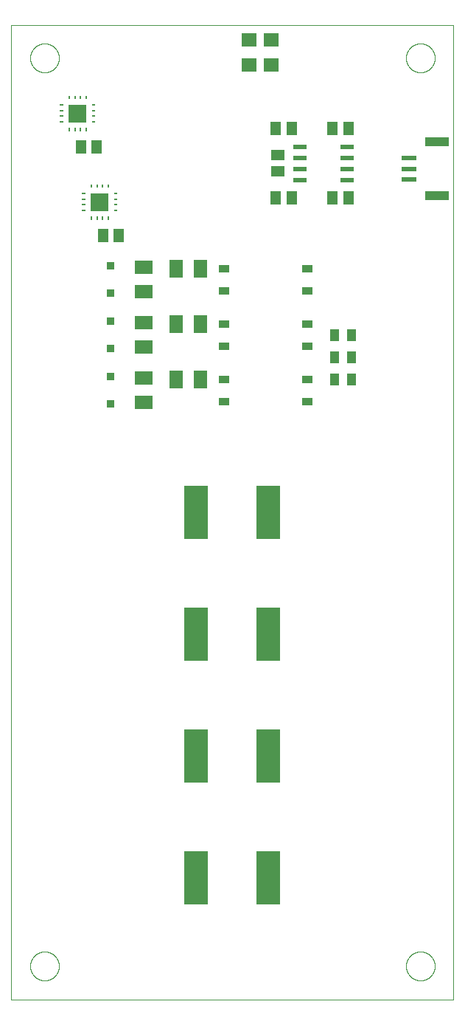
<source format=gtp>
G75*
%MOIN*%
%OFA0B0*%
%FSLAX25Y25*%
%IPPOS*%
%LPD*%
%AMOC8*
5,1,8,0,0,1.08239X$1,22.5*
%
%ADD10C,0.00300*%
%ADD11R,0.05118X0.05906*%
%ADD12R,0.10630X0.24409*%
%ADD13C,0.00984*%
%ADD14R,0.00984X0.01280*%
%ADD15R,0.01280X0.00984*%
%ADD16R,0.08268X0.08268*%
%ADD17R,0.05118X0.03543*%
%ADD18R,0.03740X0.03543*%
%ADD19R,0.04331X0.05512*%
%ADD20R,0.07874X0.06299*%
%ADD21R,0.06299X0.07874*%
%ADD22R,0.07098X0.06299*%
%ADD23C,0.00000*%
%ADD24R,0.06000X0.02400*%
%ADD25R,0.05906X0.05118*%
%ADD26R,0.06693X0.02362*%
%ADD27R,0.10630X0.03937*%
D10*
X0255000Y0285000D02*
X0455000Y0285000D01*
X0455000Y0725000D01*
X0255000Y0725000D01*
X0255000Y0285000D01*
D11*
X0296654Y0630000D03*
X0303346Y0630000D03*
X0293346Y0670000D03*
X0286654Y0670000D03*
X0374385Y0678125D03*
X0381865Y0678125D03*
X0400010Y0678125D03*
X0407490Y0678125D03*
X0407490Y0646875D03*
X0400010Y0646875D03*
X0381865Y0646875D03*
X0374385Y0646875D03*
D12*
X0371339Y0505000D03*
X0338661Y0505000D03*
X0338661Y0450000D03*
X0371339Y0450000D03*
X0371339Y0395000D03*
X0338661Y0395000D03*
X0338661Y0340000D03*
X0371339Y0340000D03*
D13*
X0298839Y0638307D03*
X0296280Y0638307D03*
X0293720Y0638307D03*
X0291161Y0638307D03*
X0288307Y0641161D03*
X0288307Y0643720D03*
X0288307Y0646280D03*
X0288307Y0648839D03*
X0291161Y0651693D03*
X0293720Y0651693D03*
X0296280Y0651693D03*
X0298839Y0651693D03*
X0301693Y0648839D03*
X0301693Y0646280D03*
X0301693Y0643720D03*
X0301693Y0641161D03*
X0288839Y0678307D03*
X0286280Y0678307D03*
X0283720Y0678307D03*
X0281161Y0678307D03*
X0278307Y0681161D03*
X0278307Y0683720D03*
X0278307Y0686280D03*
X0278307Y0688839D03*
X0281161Y0691693D03*
X0283720Y0691693D03*
X0286280Y0691693D03*
X0288839Y0691693D03*
X0291693Y0688839D03*
X0291693Y0686280D03*
X0291693Y0683720D03*
X0291693Y0681161D03*
D14*
X0288839Y0677667D03*
X0286280Y0677667D03*
X0283720Y0677667D03*
X0281161Y0677667D03*
X0281161Y0692333D03*
X0283720Y0692333D03*
X0286280Y0692333D03*
X0288839Y0692333D03*
X0291161Y0652333D03*
X0293720Y0652333D03*
X0296280Y0652333D03*
X0298839Y0652333D03*
X0298839Y0637667D03*
X0296280Y0637667D03*
X0293720Y0637667D03*
X0291161Y0637667D03*
D15*
X0287667Y0641161D03*
X0287667Y0643720D03*
X0287667Y0646280D03*
X0287667Y0648839D03*
X0302333Y0648839D03*
X0302333Y0646280D03*
X0302333Y0643720D03*
X0302333Y0641161D03*
X0292333Y0681161D03*
X0292333Y0683720D03*
X0292333Y0686280D03*
X0292333Y0688839D03*
X0277667Y0688839D03*
X0277667Y0686280D03*
X0277667Y0683720D03*
X0277667Y0681161D03*
D16*
X0285000Y0685000D03*
X0295000Y0645000D03*
D17*
X0351299Y0615000D03*
X0351299Y0605000D03*
X0351299Y0590000D03*
X0351299Y0580000D03*
X0351299Y0565000D03*
X0351299Y0555000D03*
X0388701Y0555000D03*
X0388701Y0565000D03*
X0388701Y0580000D03*
X0388701Y0590000D03*
X0388701Y0605000D03*
X0388701Y0615000D03*
D18*
X0300000Y0616201D03*
X0300000Y0603799D03*
X0300000Y0591201D03*
X0300000Y0578799D03*
X0300000Y0566201D03*
X0300000Y0553799D03*
D19*
X0401063Y0565000D03*
X0408937Y0565000D03*
X0408937Y0575000D03*
X0401063Y0575000D03*
X0401063Y0585000D03*
X0408937Y0585000D03*
D20*
X0315000Y0579488D03*
X0315000Y0590512D03*
X0315000Y0604488D03*
X0315000Y0615512D03*
X0315000Y0565512D03*
X0315000Y0554488D03*
D21*
X0329488Y0565000D03*
X0340512Y0565000D03*
X0340512Y0590000D03*
X0329488Y0590000D03*
X0329488Y0615000D03*
X0340512Y0615000D03*
D22*
X0362500Y0706902D03*
X0372500Y0706902D03*
X0372500Y0718098D03*
X0362500Y0718098D03*
D23*
X0433500Y0710000D02*
X0433502Y0710161D01*
X0433508Y0710321D01*
X0433518Y0710482D01*
X0433532Y0710642D01*
X0433550Y0710802D01*
X0433571Y0710961D01*
X0433597Y0711120D01*
X0433627Y0711278D01*
X0433660Y0711435D01*
X0433698Y0711592D01*
X0433739Y0711747D01*
X0433784Y0711901D01*
X0433833Y0712054D01*
X0433886Y0712206D01*
X0433942Y0712357D01*
X0434003Y0712506D01*
X0434066Y0712654D01*
X0434134Y0712800D01*
X0434205Y0712944D01*
X0434279Y0713086D01*
X0434357Y0713227D01*
X0434439Y0713365D01*
X0434524Y0713502D01*
X0434612Y0713636D01*
X0434704Y0713768D01*
X0434799Y0713898D01*
X0434897Y0714026D01*
X0434998Y0714151D01*
X0435102Y0714273D01*
X0435209Y0714393D01*
X0435319Y0714510D01*
X0435432Y0714625D01*
X0435548Y0714736D01*
X0435667Y0714845D01*
X0435788Y0714950D01*
X0435912Y0715053D01*
X0436038Y0715153D01*
X0436166Y0715249D01*
X0436297Y0715342D01*
X0436431Y0715432D01*
X0436566Y0715519D01*
X0436704Y0715602D01*
X0436843Y0715682D01*
X0436985Y0715758D01*
X0437128Y0715831D01*
X0437273Y0715900D01*
X0437420Y0715966D01*
X0437568Y0716028D01*
X0437718Y0716086D01*
X0437869Y0716141D01*
X0438022Y0716192D01*
X0438176Y0716239D01*
X0438331Y0716282D01*
X0438487Y0716321D01*
X0438643Y0716357D01*
X0438801Y0716388D01*
X0438959Y0716416D01*
X0439118Y0716440D01*
X0439278Y0716460D01*
X0439438Y0716476D01*
X0439598Y0716488D01*
X0439759Y0716496D01*
X0439920Y0716500D01*
X0440080Y0716500D01*
X0440241Y0716496D01*
X0440402Y0716488D01*
X0440562Y0716476D01*
X0440722Y0716460D01*
X0440882Y0716440D01*
X0441041Y0716416D01*
X0441199Y0716388D01*
X0441357Y0716357D01*
X0441513Y0716321D01*
X0441669Y0716282D01*
X0441824Y0716239D01*
X0441978Y0716192D01*
X0442131Y0716141D01*
X0442282Y0716086D01*
X0442432Y0716028D01*
X0442580Y0715966D01*
X0442727Y0715900D01*
X0442872Y0715831D01*
X0443015Y0715758D01*
X0443157Y0715682D01*
X0443296Y0715602D01*
X0443434Y0715519D01*
X0443569Y0715432D01*
X0443703Y0715342D01*
X0443834Y0715249D01*
X0443962Y0715153D01*
X0444088Y0715053D01*
X0444212Y0714950D01*
X0444333Y0714845D01*
X0444452Y0714736D01*
X0444568Y0714625D01*
X0444681Y0714510D01*
X0444791Y0714393D01*
X0444898Y0714273D01*
X0445002Y0714151D01*
X0445103Y0714026D01*
X0445201Y0713898D01*
X0445296Y0713768D01*
X0445388Y0713636D01*
X0445476Y0713502D01*
X0445561Y0713365D01*
X0445643Y0713227D01*
X0445721Y0713086D01*
X0445795Y0712944D01*
X0445866Y0712800D01*
X0445934Y0712654D01*
X0445997Y0712506D01*
X0446058Y0712357D01*
X0446114Y0712206D01*
X0446167Y0712054D01*
X0446216Y0711901D01*
X0446261Y0711747D01*
X0446302Y0711592D01*
X0446340Y0711435D01*
X0446373Y0711278D01*
X0446403Y0711120D01*
X0446429Y0710961D01*
X0446450Y0710802D01*
X0446468Y0710642D01*
X0446482Y0710482D01*
X0446492Y0710321D01*
X0446498Y0710161D01*
X0446500Y0710000D01*
X0446498Y0709839D01*
X0446492Y0709679D01*
X0446482Y0709518D01*
X0446468Y0709358D01*
X0446450Y0709198D01*
X0446429Y0709039D01*
X0446403Y0708880D01*
X0446373Y0708722D01*
X0446340Y0708565D01*
X0446302Y0708408D01*
X0446261Y0708253D01*
X0446216Y0708099D01*
X0446167Y0707946D01*
X0446114Y0707794D01*
X0446058Y0707643D01*
X0445997Y0707494D01*
X0445934Y0707346D01*
X0445866Y0707200D01*
X0445795Y0707056D01*
X0445721Y0706914D01*
X0445643Y0706773D01*
X0445561Y0706635D01*
X0445476Y0706498D01*
X0445388Y0706364D01*
X0445296Y0706232D01*
X0445201Y0706102D01*
X0445103Y0705974D01*
X0445002Y0705849D01*
X0444898Y0705727D01*
X0444791Y0705607D01*
X0444681Y0705490D01*
X0444568Y0705375D01*
X0444452Y0705264D01*
X0444333Y0705155D01*
X0444212Y0705050D01*
X0444088Y0704947D01*
X0443962Y0704847D01*
X0443834Y0704751D01*
X0443703Y0704658D01*
X0443569Y0704568D01*
X0443434Y0704481D01*
X0443296Y0704398D01*
X0443157Y0704318D01*
X0443015Y0704242D01*
X0442872Y0704169D01*
X0442727Y0704100D01*
X0442580Y0704034D01*
X0442432Y0703972D01*
X0442282Y0703914D01*
X0442131Y0703859D01*
X0441978Y0703808D01*
X0441824Y0703761D01*
X0441669Y0703718D01*
X0441513Y0703679D01*
X0441357Y0703643D01*
X0441199Y0703612D01*
X0441041Y0703584D01*
X0440882Y0703560D01*
X0440722Y0703540D01*
X0440562Y0703524D01*
X0440402Y0703512D01*
X0440241Y0703504D01*
X0440080Y0703500D01*
X0439920Y0703500D01*
X0439759Y0703504D01*
X0439598Y0703512D01*
X0439438Y0703524D01*
X0439278Y0703540D01*
X0439118Y0703560D01*
X0438959Y0703584D01*
X0438801Y0703612D01*
X0438643Y0703643D01*
X0438487Y0703679D01*
X0438331Y0703718D01*
X0438176Y0703761D01*
X0438022Y0703808D01*
X0437869Y0703859D01*
X0437718Y0703914D01*
X0437568Y0703972D01*
X0437420Y0704034D01*
X0437273Y0704100D01*
X0437128Y0704169D01*
X0436985Y0704242D01*
X0436843Y0704318D01*
X0436704Y0704398D01*
X0436566Y0704481D01*
X0436431Y0704568D01*
X0436297Y0704658D01*
X0436166Y0704751D01*
X0436038Y0704847D01*
X0435912Y0704947D01*
X0435788Y0705050D01*
X0435667Y0705155D01*
X0435548Y0705264D01*
X0435432Y0705375D01*
X0435319Y0705490D01*
X0435209Y0705607D01*
X0435102Y0705727D01*
X0434998Y0705849D01*
X0434897Y0705974D01*
X0434799Y0706102D01*
X0434704Y0706232D01*
X0434612Y0706364D01*
X0434524Y0706498D01*
X0434439Y0706635D01*
X0434357Y0706773D01*
X0434279Y0706914D01*
X0434205Y0707056D01*
X0434134Y0707200D01*
X0434066Y0707346D01*
X0434003Y0707494D01*
X0433942Y0707643D01*
X0433886Y0707794D01*
X0433833Y0707946D01*
X0433784Y0708099D01*
X0433739Y0708253D01*
X0433698Y0708408D01*
X0433660Y0708565D01*
X0433627Y0708722D01*
X0433597Y0708880D01*
X0433571Y0709039D01*
X0433550Y0709198D01*
X0433532Y0709358D01*
X0433518Y0709518D01*
X0433508Y0709679D01*
X0433502Y0709839D01*
X0433500Y0710000D01*
X0263500Y0710000D02*
X0263502Y0710161D01*
X0263508Y0710321D01*
X0263518Y0710482D01*
X0263532Y0710642D01*
X0263550Y0710802D01*
X0263571Y0710961D01*
X0263597Y0711120D01*
X0263627Y0711278D01*
X0263660Y0711435D01*
X0263698Y0711592D01*
X0263739Y0711747D01*
X0263784Y0711901D01*
X0263833Y0712054D01*
X0263886Y0712206D01*
X0263942Y0712357D01*
X0264003Y0712506D01*
X0264066Y0712654D01*
X0264134Y0712800D01*
X0264205Y0712944D01*
X0264279Y0713086D01*
X0264357Y0713227D01*
X0264439Y0713365D01*
X0264524Y0713502D01*
X0264612Y0713636D01*
X0264704Y0713768D01*
X0264799Y0713898D01*
X0264897Y0714026D01*
X0264998Y0714151D01*
X0265102Y0714273D01*
X0265209Y0714393D01*
X0265319Y0714510D01*
X0265432Y0714625D01*
X0265548Y0714736D01*
X0265667Y0714845D01*
X0265788Y0714950D01*
X0265912Y0715053D01*
X0266038Y0715153D01*
X0266166Y0715249D01*
X0266297Y0715342D01*
X0266431Y0715432D01*
X0266566Y0715519D01*
X0266704Y0715602D01*
X0266843Y0715682D01*
X0266985Y0715758D01*
X0267128Y0715831D01*
X0267273Y0715900D01*
X0267420Y0715966D01*
X0267568Y0716028D01*
X0267718Y0716086D01*
X0267869Y0716141D01*
X0268022Y0716192D01*
X0268176Y0716239D01*
X0268331Y0716282D01*
X0268487Y0716321D01*
X0268643Y0716357D01*
X0268801Y0716388D01*
X0268959Y0716416D01*
X0269118Y0716440D01*
X0269278Y0716460D01*
X0269438Y0716476D01*
X0269598Y0716488D01*
X0269759Y0716496D01*
X0269920Y0716500D01*
X0270080Y0716500D01*
X0270241Y0716496D01*
X0270402Y0716488D01*
X0270562Y0716476D01*
X0270722Y0716460D01*
X0270882Y0716440D01*
X0271041Y0716416D01*
X0271199Y0716388D01*
X0271357Y0716357D01*
X0271513Y0716321D01*
X0271669Y0716282D01*
X0271824Y0716239D01*
X0271978Y0716192D01*
X0272131Y0716141D01*
X0272282Y0716086D01*
X0272432Y0716028D01*
X0272580Y0715966D01*
X0272727Y0715900D01*
X0272872Y0715831D01*
X0273015Y0715758D01*
X0273157Y0715682D01*
X0273296Y0715602D01*
X0273434Y0715519D01*
X0273569Y0715432D01*
X0273703Y0715342D01*
X0273834Y0715249D01*
X0273962Y0715153D01*
X0274088Y0715053D01*
X0274212Y0714950D01*
X0274333Y0714845D01*
X0274452Y0714736D01*
X0274568Y0714625D01*
X0274681Y0714510D01*
X0274791Y0714393D01*
X0274898Y0714273D01*
X0275002Y0714151D01*
X0275103Y0714026D01*
X0275201Y0713898D01*
X0275296Y0713768D01*
X0275388Y0713636D01*
X0275476Y0713502D01*
X0275561Y0713365D01*
X0275643Y0713227D01*
X0275721Y0713086D01*
X0275795Y0712944D01*
X0275866Y0712800D01*
X0275934Y0712654D01*
X0275997Y0712506D01*
X0276058Y0712357D01*
X0276114Y0712206D01*
X0276167Y0712054D01*
X0276216Y0711901D01*
X0276261Y0711747D01*
X0276302Y0711592D01*
X0276340Y0711435D01*
X0276373Y0711278D01*
X0276403Y0711120D01*
X0276429Y0710961D01*
X0276450Y0710802D01*
X0276468Y0710642D01*
X0276482Y0710482D01*
X0276492Y0710321D01*
X0276498Y0710161D01*
X0276500Y0710000D01*
X0276498Y0709839D01*
X0276492Y0709679D01*
X0276482Y0709518D01*
X0276468Y0709358D01*
X0276450Y0709198D01*
X0276429Y0709039D01*
X0276403Y0708880D01*
X0276373Y0708722D01*
X0276340Y0708565D01*
X0276302Y0708408D01*
X0276261Y0708253D01*
X0276216Y0708099D01*
X0276167Y0707946D01*
X0276114Y0707794D01*
X0276058Y0707643D01*
X0275997Y0707494D01*
X0275934Y0707346D01*
X0275866Y0707200D01*
X0275795Y0707056D01*
X0275721Y0706914D01*
X0275643Y0706773D01*
X0275561Y0706635D01*
X0275476Y0706498D01*
X0275388Y0706364D01*
X0275296Y0706232D01*
X0275201Y0706102D01*
X0275103Y0705974D01*
X0275002Y0705849D01*
X0274898Y0705727D01*
X0274791Y0705607D01*
X0274681Y0705490D01*
X0274568Y0705375D01*
X0274452Y0705264D01*
X0274333Y0705155D01*
X0274212Y0705050D01*
X0274088Y0704947D01*
X0273962Y0704847D01*
X0273834Y0704751D01*
X0273703Y0704658D01*
X0273569Y0704568D01*
X0273434Y0704481D01*
X0273296Y0704398D01*
X0273157Y0704318D01*
X0273015Y0704242D01*
X0272872Y0704169D01*
X0272727Y0704100D01*
X0272580Y0704034D01*
X0272432Y0703972D01*
X0272282Y0703914D01*
X0272131Y0703859D01*
X0271978Y0703808D01*
X0271824Y0703761D01*
X0271669Y0703718D01*
X0271513Y0703679D01*
X0271357Y0703643D01*
X0271199Y0703612D01*
X0271041Y0703584D01*
X0270882Y0703560D01*
X0270722Y0703540D01*
X0270562Y0703524D01*
X0270402Y0703512D01*
X0270241Y0703504D01*
X0270080Y0703500D01*
X0269920Y0703500D01*
X0269759Y0703504D01*
X0269598Y0703512D01*
X0269438Y0703524D01*
X0269278Y0703540D01*
X0269118Y0703560D01*
X0268959Y0703584D01*
X0268801Y0703612D01*
X0268643Y0703643D01*
X0268487Y0703679D01*
X0268331Y0703718D01*
X0268176Y0703761D01*
X0268022Y0703808D01*
X0267869Y0703859D01*
X0267718Y0703914D01*
X0267568Y0703972D01*
X0267420Y0704034D01*
X0267273Y0704100D01*
X0267128Y0704169D01*
X0266985Y0704242D01*
X0266843Y0704318D01*
X0266704Y0704398D01*
X0266566Y0704481D01*
X0266431Y0704568D01*
X0266297Y0704658D01*
X0266166Y0704751D01*
X0266038Y0704847D01*
X0265912Y0704947D01*
X0265788Y0705050D01*
X0265667Y0705155D01*
X0265548Y0705264D01*
X0265432Y0705375D01*
X0265319Y0705490D01*
X0265209Y0705607D01*
X0265102Y0705727D01*
X0264998Y0705849D01*
X0264897Y0705974D01*
X0264799Y0706102D01*
X0264704Y0706232D01*
X0264612Y0706364D01*
X0264524Y0706498D01*
X0264439Y0706635D01*
X0264357Y0706773D01*
X0264279Y0706914D01*
X0264205Y0707056D01*
X0264134Y0707200D01*
X0264066Y0707346D01*
X0264003Y0707494D01*
X0263942Y0707643D01*
X0263886Y0707794D01*
X0263833Y0707946D01*
X0263784Y0708099D01*
X0263739Y0708253D01*
X0263698Y0708408D01*
X0263660Y0708565D01*
X0263627Y0708722D01*
X0263597Y0708880D01*
X0263571Y0709039D01*
X0263550Y0709198D01*
X0263532Y0709358D01*
X0263518Y0709518D01*
X0263508Y0709679D01*
X0263502Y0709839D01*
X0263500Y0710000D01*
X0263500Y0300000D02*
X0263502Y0300161D01*
X0263508Y0300321D01*
X0263518Y0300482D01*
X0263532Y0300642D01*
X0263550Y0300802D01*
X0263571Y0300961D01*
X0263597Y0301120D01*
X0263627Y0301278D01*
X0263660Y0301435D01*
X0263698Y0301592D01*
X0263739Y0301747D01*
X0263784Y0301901D01*
X0263833Y0302054D01*
X0263886Y0302206D01*
X0263942Y0302357D01*
X0264003Y0302506D01*
X0264066Y0302654D01*
X0264134Y0302800D01*
X0264205Y0302944D01*
X0264279Y0303086D01*
X0264357Y0303227D01*
X0264439Y0303365D01*
X0264524Y0303502D01*
X0264612Y0303636D01*
X0264704Y0303768D01*
X0264799Y0303898D01*
X0264897Y0304026D01*
X0264998Y0304151D01*
X0265102Y0304273D01*
X0265209Y0304393D01*
X0265319Y0304510D01*
X0265432Y0304625D01*
X0265548Y0304736D01*
X0265667Y0304845D01*
X0265788Y0304950D01*
X0265912Y0305053D01*
X0266038Y0305153D01*
X0266166Y0305249D01*
X0266297Y0305342D01*
X0266431Y0305432D01*
X0266566Y0305519D01*
X0266704Y0305602D01*
X0266843Y0305682D01*
X0266985Y0305758D01*
X0267128Y0305831D01*
X0267273Y0305900D01*
X0267420Y0305966D01*
X0267568Y0306028D01*
X0267718Y0306086D01*
X0267869Y0306141D01*
X0268022Y0306192D01*
X0268176Y0306239D01*
X0268331Y0306282D01*
X0268487Y0306321D01*
X0268643Y0306357D01*
X0268801Y0306388D01*
X0268959Y0306416D01*
X0269118Y0306440D01*
X0269278Y0306460D01*
X0269438Y0306476D01*
X0269598Y0306488D01*
X0269759Y0306496D01*
X0269920Y0306500D01*
X0270080Y0306500D01*
X0270241Y0306496D01*
X0270402Y0306488D01*
X0270562Y0306476D01*
X0270722Y0306460D01*
X0270882Y0306440D01*
X0271041Y0306416D01*
X0271199Y0306388D01*
X0271357Y0306357D01*
X0271513Y0306321D01*
X0271669Y0306282D01*
X0271824Y0306239D01*
X0271978Y0306192D01*
X0272131Y0306141D01*
X0272282Y0306086D01*
X0272432Y0306028D01*
X0272580Y0305966D01*
X0272727Y0305900D01*
X0272872Y0305831D01*
X0273015Y0305758D01*
X0273157Y0305682D01*
X0273296Y0305602D01*
X0273434Y0305519D01*
X0273569Y0305432D01*
X0273703Y0305342D01*
X0273834Y0305249D01*
X0273962Y0305153D01*
X0274088Y0305053D01*
X0274212Y0304950D01*
X0274333Y0304845D01*
X0274452Y0304736D01*
X0274568Y0304625D01*
X0274681Y0304510D01*
X0274791Y0304393D01*
X0274898Y0304273D01*
X0275002Y0304151D01*
X0275103Y0304026D01*
X0275201Y0303898D01*
X0275296Y0303768D01*
X0275388Y0303636D01*
X0275476Y0303502D01*
X0275561Y0303365D01*
X0275643Y0303227D01*
X0275721Y0303086D01*
X0275795Y0302944D01*
X0275866Y0302800D01*
X0275934Y0302654D01*
X0275997Y0302506D01*
X0276058Y0302357D01*
X0276114Y0302206D01*
X0276167Y0302054D01*
X0276216Y0301901D01*
X0276261Y0301747D01*
X0276302Y0301592D01*
X0276340Y0301435D01*
X0276373Y0301278D01*
X0276403Y0301120D01*
X0276429Y0300961D01*
X0276450Y0300802D01*
X0276468Y0300642D01*
X0276482Y0300482D01*
X0276492Y0300321D01*
X0276498Y0300161D01*
X0276500Y0300000D01*
X0276498Y0299839D01*
X0276492Y0299679D01*
X0276482Y0299518D01*
X0276468Y0299358D01*
X0276450Y0299198D01*
X0276429Y0299039D01*
X0276403Y0298880D01*
X0276373Y0298722D01*
X0276340Y0298565D01*
X0276302Y0298408D01*
X0276261Y0298253D01*
X0276216Y0298099D01*
X0276167Y0297946D01*
X0276114Y0297794D01*
X0276058Y0297643D01*
X0275997Y0297494D01*
X0275934Y0297346D01*
X0275866Y0297200D01*
X0275795Y0297056D01*
X0275721Y0296914D01*
X0275643Y0296773D01*
X0275561Y0296635D01*
X0275476Y0296498D01*
X0275388Y0296364D01*
X0275296Y0296232D01*
X0275201Y0296102D01*
X0275103Y0295974D01*
X0275002Y0295849D01*
X0274898Y0295727D01*
X0274791Y0295607D01*
X0274681Y0295490D01*
X0274568Y0295375D01*
X0274452Y0295264D01*
X0274333Y0295155D01*
X0274212Y0295050D01*
X0274088Y0294947D01*
X0273962Y0294847D01*
X0273834Y0294751D01*
X0273703Y0294658D01*
X0273569Y0294568D01*
X0273434Y0294481D01*
X0273296Y0294398D01*
X0273157Y0294318D01*
X0273015Y0294242D01*
X0272872Y0294169D01*
X0272727Y0294100D01*
X0272580Y0294034D01*
X0272432Y0293972D01*
X0272282Y0293914D01*
X0272131Y0293859D01*
X0271978Y0293808D01*
X0271824Y0293761D01*
X0271669Y0293718D01*
X0271513Y0293679D01*
X0271357Y0293643D01*
X0271199Y0293612D01*
X0271041Y0293584D01*
X0270882Y0293560D01*
X0270722Y0293540D01*
X0270562Y0293524D01*
X0270402Y0293512D01*
X0270241Y0293504D01*
X0270080Y0293500D01*
X0269920Y0293500D01*
X0269759Y0293504D01*
X0269598Y0293512D01*
X0269438Y0293524D01*
X0269278Y0293540D01*
X0269118Y0293560D01*
X0268959Y0293584D01*
X0268801Y0293612D01*
X0268643Y0293643D01*
X0268487Y0293679D01*
X0268331Y0293718D01*
X0268176Y0293761D01*
X0268022Y0293808D01*
X0267869Y0293859D01*
X0267718Y0293914D01*
X0267568Y0293972D01*
X0267420Y0294034D01*
X0267273Y0294100D01*
X0267128Y0294169D01*
X0266985Y0294242D01*
X0266843Y0294318D01*
X0266704Y0294398D01*
X0266566Y0294481D01*
X0266431Y0294568D01*
X0266297Y0294658D01*
X0266166Y0294751D01*
X0266038Y0294847D01*
X0265912Y0294947D01*
X0265788Y0295050D01*
X0265667Y0295155D01*
X0265548Y0295264D01*
X0265432Y0295375D01*
X0265319Y0295490D01*
X0265209Y0295607D01*
X0265102Y0295727D01*
X0264998Y0295849D01*
X0264897Y0295974D01*
X0264799Y0296102D01*
X0264704Y0296232D01*
X0264612Y0296364D01*
X0264524Y0296498D01*
X0264439Y0296635D01*
X0264357Y0296773D01*
X0264279Y0296914D01*
X0264205Y0297056D01*
X0264134Y0297200D01*
X0264066Y0297346D01*
X0264003Y0297494D01*
X0263942Y0297643D01*
X0263886Y0297794D01*
X0263833Y0297946D01*
X0263784Y0298099D01*
X0263739Y0298253D01*
X0263698Y0298408D01*
X0263660Y0298565D01*
X0263627Y0298722D01*
X0263597Y0298880D01*
X0263571Y0299039D01*
X0263550Y0299198D01*
X0263532Y0299358D01*
X0263518Y0299518D01*
X0263508Y0299679D01*
X0263502Y0299839D01*
X0263500Y0300000D01*
X0433500Y0300000D02*
X0433502Y0300161D01*
X0433508Y0300321D01*
X0433518Y0300482D01*
X0433532Y0300642D01*
X0433550Y0300802D01*
X0433571Y0300961D01*
X0433597Y0301120D01*
X0433627Y0301278D01*
X0433660Y0301435D01*
X0433698Y0301592D01*
X0433739Y0301747D01*
X0433784Y0301901D01*
X0433833Y0302054D01*
X0433886Y0302206D01*
X0433942Y0302357D01*
X0434003Y0302506D01*
X0434066Y0302654D01*
X0434134Y0302800D01*
X0434205Y0302944D01*
X0434279Y0303086D01*
X0434357Y0303227D01*
X0434439Y0303365D01*
X0434524Y0303502D01*
X0434612Y0303636D01*
X0434704Y0303768D01*
X0434799Y0303898D01*
X0434897Y0304026D01*
X0434998Y0304151D01*
X0435102Y0304273D01*
X0435209Y0304393D01*
X0435319Y0304510D01*
X0435432Y0304625D01*
X0435548Y0304736D01*
X0435667Y0304845D01*
X0435788Y0304950D01*
X0435912Y0305053D01*
X0436038Y0305153D01*
X0436166Y0305249D01*
X0436297Y0305342D01*
X0436431Y0305432D01*
X0436566Y0305519D01*
X0436704Y0305602D01*
X0436843Y0305682D01*
X0436985Y0305758D01*
X0437128Y0305831D01*
X0437273Y0305900D01*
X0437420Y0305966D01*
X0437568Y0306028D01*
X0437718Y0306086D01*
X0437869Y0306141D01*
X0438022Y0306192D01*
X0438176Y0306239D01*
X0438331Y0306282D01*
X0438487Y0306321D01*
X0438643Y0306357D01*
X0438801Y0306388D01*
X0438959Y0306416D01*
X0439118Y0306440D01*
X0439278Y0306460D01*
X0439438Y0306476D01*
X0439598Y0306488D01*
X0439759Y0306496D01*
X0439920Y0306500D01*
X0440080Y0306500D01*
X0440241Y0306496D01*
X0440402Y0306488D01*
X0440562Y0306476D01*
X0440722Y0306460D01*
X0440882Y0306440D01*
X0441041Y0306416D01*
X0441199Y0306388D01*
X0441357Y0306357D01*
X0441513Y0306321D01*
X0441669Y0306282D01*
X0441824Y0306239D01*
X0441978Y0306192D01*
X0442131Y0306141D01*
X0442282Y0306086D01*
X0442432Y0306028D01*
X0442580Y0305966D01*
X0442727Y0305900D01*
X0442872Y0305831D01*
X0443015Y0305758D01*
X0443157Y0305682D01*
X0443296Y0305602D01*
X0443434Y0305519D01*
X0443569Y0305432D01*
X0443703Y0305342D01*
X0443834Y0305249D01*
X0443962Y0305153D01*
X0444088Y0305053D01*
X0444212Y0304950D01*
X0444333Y0304845D01*
X0444452Y0304736D01*
X0444568Y0304625D01*
X0444681Y0304510D01*
X0444791Y0304393D01*
X0444898Y0304273D01*
X0445002Y0304151D01*
X0445103Y0304026D01*
X0445201Y0303898D01*
X0445296Y0303768D01*
X0445388Y0303636D01*
X0445476Y0303502D01*
X0445561Y0303365D01*
X0445643Y0303227D01*
X0445721Y0303086D01*
X0445795Y0302944D01*
X0445866Y0302800D01*
X0445934Y0302654D01*
X0445997Y0302506D01*
X0446058Y0302357D01*
X0446114Y0302206D01*
X0446167Y0302054D01*
X0446216Y0301901D01*
X0446261Y0301747D01*
X0446302Y0301592D01*
X0446340Y0301435D01*
X0446373Y0301278D01*
X0446403Y0301120D01*
X0446429Y0300961D01*
X0446450Y0300802D01*
X0446468Y0300642D01*
X0446482Y0300482D01*
X0446492Y0300321D01*
X0446498Y0300161D01*
X0446500Y0300000D01*
X0446498Y0299839D01*
X0446492Y0299679D01*
X0446482Y0299518D01*
X0446468Y0299358D01*
X0446450Y0299198D01*
X0446429Y0299039D01*
X0446403Y0298880D01*
X0446373Y0298722D01*
X0446340Y0298565D01*
X0446302Y0298408D01*
X0446261Y0298253D01*
X0446216Y0298099D01*
X0446167Y0297946D01*
X0446114Y0297794D01*
X0446058Y0297643D01*
X0445997Y0297494D01*
X0445934Y0297346D01*
X0445866Y0297200D01*
X0445795Y0297056D01*
X0445721Y0296914D01*
X0445643Y0296773D01*
X0445561Y0296635D01*
X0445476Y0296498D01*
X0445388Y0296364D01*
X0445296Y0296232D01*
X0445201Y0296102D01*
X0445103Y0295974D01*
X0445002Y0295849D01*
X0444898Y0295727D01*
X0444791Y0295607D01*
X0444681Y0295490D01*
X0444568Y0295375D01*
X0444452Y0295264D01*
X0444333Y0295155D01*
X0444212Y0295050D01*
X0444088Y0294947D01*
X0443962Y0294847D01*
X0443834Y0294751D01*
X0443703Y0294658D01*
X0443569Y0294568D01*
X0443434Y0294481D01*
X0443296Y0294398D01*
X0443157Y0294318D01*
X0443015Y0294242D01*
X0442872Y0294169D01*
X0442727Y0294100D01*
X0442580Y0294034D01*
X0442432Y0293972D01*
X0442282Y0293914D01*
X0442131Y0293859D01*
X0441978Y0293808D01*
X0441824Y0293761D01*
X0441669Y0293718D01*
X0441513Y0293679D01*
X0441357Y0293643D01*
X0441199Y0293612D01*
X0441041Y0293584D01*
X0440882Y0293560D01*
X0440722Y0293540D01*
X0440562Y0293524D01*
X0440402Y0293512D01*
X0440241Y0293504D01*
X0440080Y0293500D01*
X0439920Y0293500D01*
X0439759Y0293504D01*
X0439598Y0293512D01*
X0439438Y0293524D01*
X0439278Y0293540D01*
X0439118Y0293560D01*
X0438959Y0293584D01*
X0438801Y0293612D01*
X0438643Y0293643D01*
X0438487Y0293679D01*
X0438331Y0293718D01*
X0438176Y0293761D01*
X0438022Y0293808D01*
X0437869Y0293859D01*
X0437718Y0293914D01*
X0437568Y0293972D01*
X0437420Y0294034D01*
X0437273Y0294100D01*
X0437128Y0294169D01*
X0436985Y0294242D01*
X0436843Y0294318D01*
X0436704Y0294398D01*
X0436566Y0294481D01*
X0436431Y0294568D01*
X0436297Y0294658D01*
X0436166Y0294751D01*
X0436038Y0294847D01*
X0435912Y0294947D01*
X0435788Y0295050D01*
X0435667Y0295155D01*
X0435548Y0295264D01*
X0435432Y0295375D01*
X0435319Y0295490D01*
X0435209Y0295607D01*
X0435102Y0295727D01*
X0434998Y0295849D01*
X0434897Y0295974D01*
X0434799Y0296102D01*
X0434704Y0296232D01*
X0434612Y0296364D01*
X0434524Y0296498D01*
X0434439Y0296635D01*
X0434357Y0296773D01*
X0434279Y0296914D01*
X0434205Y0297056D01*
X0434134Y0297200D01*
X0434066Y0297346D01*
X0434003Y0297494D01*
X0433942Y0297643D01*
X0433886Y0297794D01*
X0433833Y0297946D01*
X0433784Y0298099D01*
X0433739Y0298253D01*
X0433698Y0298408D01*
X0433660Y0298565D01*
X0433627Y0298722D01*
X0433597Y0298880D01*
X0433571Y0299039D01*
X0433550Y0299198D01*
X0433532Y0299358D01*
X0433518Y0299518D01*
X0433508Y0299679D01*
X0433502Y0299839D01*
X0433500Y0300000D01*
D24*
X0406850Y0655000D03*
X0406850Y0660000D03*
X0406850Y0665000D03*
X0406850Y0670000D03*
X0385650Y0670000D03*
X0385650Y0665000D03*
X0385650Y0660000D03*
X0385650Y0655000D03*
D25*
X0375625Y0658760D03*
X0375625Y0666240D03*
D26*
X0434779Y0664921D03*
X0434779Y0660000D03*
X0434779Y0655079D03*
D27*
X0447377Y0647795D03*
X0447377Y0672205D03*
M02*

</source>
